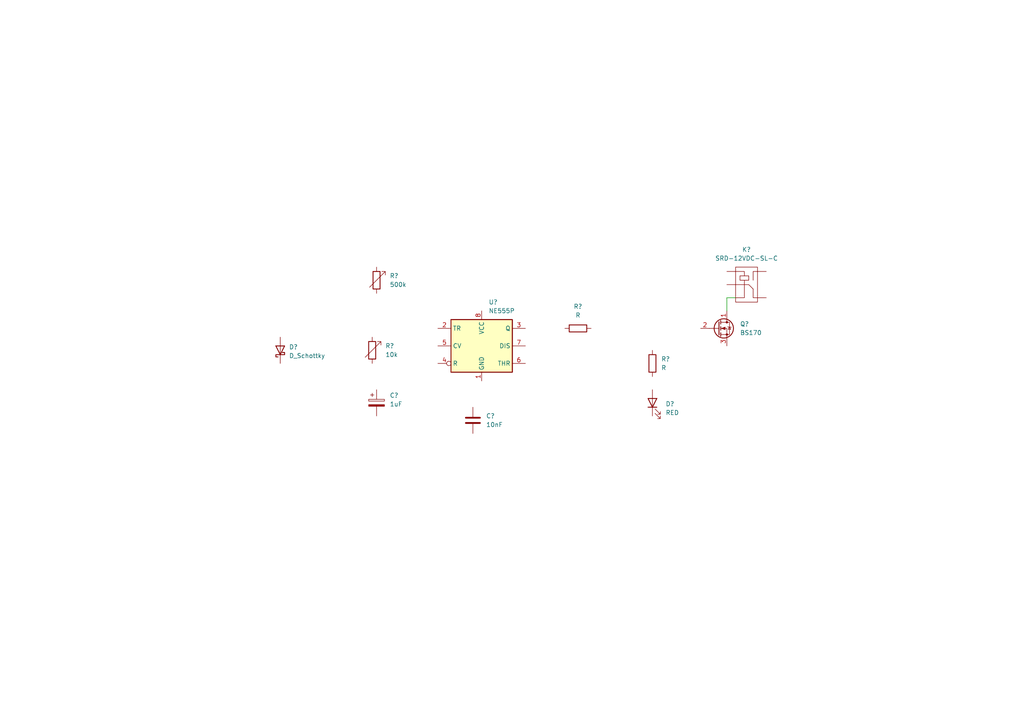
<source format=kicad_sch>
(kicad_sch (version 20211123) (generator eeschema)
  (paper "A4")
  (title_block (title "NKH Bell Ringer") (date "2022-07-21") (rev "v1.0") (comment 1 "https://creativecommons.org/licenses/by/4.0/") (comment 2 "License: CC BY 4.0") (comment 3 "Author: Kerneels Bezuidenhout"))
  (lib_symbols
    (symbol "Device:C" (pin_numbers hide) (pin_names (offset 0.254))
      (property "Reference" "C" (at 0.635 2.54 0))
      (property "Value" "C" (at 0.635 -2.54 0))
      (symbol "C_0_1"
        (polyline (pts (xy -2.032 -0.762) (xy 2.032 -0.762)) (stroke (width 0.508)))
        (polyline (pts (xy -2.032 0.762) (xy 2.032 0.762)) (stroke (width 0.508)))
      )
      (symbol "C_1_1"
        (pin passive line (at 0 3.81 270) (length 2.794) (name "~") (number "1"))
        (pin passive line (at 0 -3.81 90) (length 2.794) (name "~") (number "2"))
      )
    )
    (symbol "Device:C_Polarized" (pin_numbers hide) (pin_names (offset 0.254))
      (property "Reference" "C" (at 0.635 2.54 0))
      (property "Value" "C_Polarized" (at 0.635 -2.54 0))
      (symbol "C_Polarized_0_1"
        (rectangle (start -2.286 0.508) (end 2.286 1.016))
        (polyline (pts (xy -1.778 2.286) (xy -0.762 2.286)))
        (polyline (pts (xy -1.27 2.794) (xy -1.27 1.778)))
        (rectangle (start 2.286 -0.508) (end -2.286 -1.016) (fill (type outline)))
      )
      (symbol "C_Polarized_1_1"
        (pin passive line (at 0 3.81 270) (length 2.794) (name "~") (number "1"))
        (pin passive line (at 0 -3.81 90) (length 2.794) (name "~") (number "2"))
      )
    )
    (symbol "Device:D_Schottky" (pin_numbers hide) (pin_names (offset 1.016) hide)
      (property "Reference" "D" (at 0 2.54 0))
      (property "Value" "D_Schottky" (at 0 -2.54 0))
      (symbol "D_Schottky_0_1"
        (polyline (pts (xy 1.27 0) (xy -1.27 0)))
        (polyline (pts (xy 1.27 1.27) (xy 1.27 -1.27) (xy -1.27 0) (xy 1.27 1.27)) (stroke (width 0.254)))
        (polyline (pts (xy -1.905 0.635) (xy -1.905 1.27) (xy -1.27 1.27) (xy -1.27 -1.27) (xy -0.635 -1.27) (xy -0.635 -0.635)) (stroke (width 0.254)))
      )
      (symbol "D_Schottky_1_1"
        (pin passive line (at -3.81 0 0) (length 2.54) (name "K") (number "1"))
        (pin passive line (at 3.81 0 180) (length 2.54) (name "A") (number "2"))
      )
    )
    (symbol "Device:LED" (pin_numbers hide) (pin_names (offset 1.016) hide)
      (property "Reference" "D" (at 0 2.54 0))
      (property "Value" "LED" (at 0 -2.54 0))
      (symbol "LED_0_1"
        (polyline (pts (xy -1.27 -1.27) (xy -1.27 1.27)) (stroke (width 0.254)))
        (polyline (pts (xy -1.27 0) (xy 1.27 0)))
        (polyline (pts (xy 1.27 -1.27) (xy 1.27 1.27) (xy -1.27 0) (xy 1.27 -1.27)) (stroke (width 0.254)))
        (polyline (pts (xy -3.048 -0.762) (xy -4.572 -2.286) (xy -3.81 -2.286) (xy -4.572 -2.286) (xy -4.572 -1.524)))
        (polyline (pts (xy -1.778 -0.762) (xy -3.302 -2.286) (xy -2.54 -2.286) (xy -3.302 -2.286) (xy -3.302 -1.524)))
      )
      (symbol "LED_1_1"
        (pin passive line (at -3.81 0 0) (length 2.54) (name "K") (number "1"))
        (pin passive line (at 3.81 0 180) (length 2.54) (name "A") (number "2"))
      )
    )
    (symbol "Device:R" (pin_numbers hide) (pin_names (offset 0))
      (property "Reference" "R" (at 2.032 0 90))
      (property "Value" "R" (at 0 0 90))
      (symbol "R_0_1"
        (rectangle (start -1.016 -2.54) (end 1.016 2.54) (stroke (width 0.254)))
      )
      (symbol "R_1_1"
        (pin passive line (at 0 3.81 270) (length 1.27) (name "~") (number "1"))
        (pin passive line (at 0 -3.81 90) (length 1.27) (name "~") (number "2"))
      )
    )
    (symbol "Device:R_Variable" (pin_numbers hide) (pin_names (offset 0))
      (property "Reference" "R" (at 2.54 -2.54 90))
      (property "Value" "R_Variable" (at -2.54 -1.27 90))
      (symbol "R_Variable_0_1"
        (rectangle (start -1.016 -2.54) (end 1.016 2.54) (stroke (width 0.254)))
        (polyline (pts (xy 2.54 1.524) (xy 2.54 2.54) (xy 1.524 2.54) (xy 2.54 2.54) (xy -2.032 -2.032)))
      )
      (symbol "R_Variable_1_1"
        (pin passive line (at 0 3.81 270) (length 1.27) (name "~") (number "1"))
        (pin passive line (at 0 -3.81 90) (length 1.27) (name "~") (number "2"))
      )
    )
    (symbol "Timer:NE555P"
      (property "Reference" "U" (at -10.16 8.89 0))
      (property "Value" "NE555P" (at 2.54 8.89 0))
      (symbol "NE555P_0_0"
        (pin power_in line (at 0 -10.16 90) (length 2.54) (name "GND") (number "1"))
        (pin power_in line (at 0 10.16 270) (length 2.54) (name "VCC") (number "8"))
      )
      (symbol "NE555P_0_1"
        (rectangle (start -8.89 -7.62) (end 8.89 7.62) (stroke (width 0.254)) (fill (type background)))
        (rectangle (start -8.89 -7.62) (end 8.89 7.62) (stroke (width 0.254)) (fill (type background)))
      )
      (symbol "NE555P_1_1"
        (pin input line (at -12.7 5.08 0) (length 3.81) (name "TR") (number "2"))
        (pin output line (at 12.7 5.08 180) (length 3.81) (name "Q") (number "3"))
        (pin input inverted (at -12.7 -5.08 0) (length 3.81) (name "R") (number "4"))
        (pin input line (at -12.7 0 0) (length 3.81) (name "CV") (number "5"))
        (pin input line (at 12.7 -5.08 180) (length 3.81) (name "THR") (number "6"))
        (pin input line (at 12.7 0 180) (length 3.81) (name "DIS") (number "7"))
      )
    )
    (symbol "Transistor_FET:BS170" (pin_names hide)
      (property "Reference" "Q" (at 5.08 1.905 0))
      (property "Value" "BS170" (at 5.08 0 0))
      (symbol "BS170_0_1"
        (polyline (pts (xy 0.254 0) (xy -2.54 0)))
        (polyline (pts (xy 0.254 1.905) (xy 0.254 -1.905)) (stroke (width 0.254)))
        (polyline (pts (xy 0.762 -1.27) (xy 0.762 -2.286)) (stroke (width 0.254)))
        (polyline (pts (xy 0.762 0.508) (xy 0.762 -0.508)) (stroke (width 0.254)))
        (polyline (pts (xy 0.762 2.286) (xy 0.762 1.27)) (stroke (width 0.254)))
        (polyline (pts (xy 2.54 2.54) (xy 2.54 1.778)))
        (polyline (pts (xy 2.54 -2.54) (xy 2.54 0) (xy 0.762 0)))
        (polyline (pts (xy 0.762 -1.778) (xy 3.302 -1.778) (xy 3.302 1.778) (xy 0.762 1.778)))
        (polyline (pts (xy 1.016 0) (xy 2.032 0.381) (xy 2.032 -0.381) (xy 1.016 0)) (fill (type outline)))
        (polyline (pts (xy 2.794 0.508) (xy 2.921 0.381) (xy 3.683 0.381) (xy 3.81 0.254)))
        (polyline (pts (xy 3.302 0.381) (xy 2.921 -0.254) (xy 3.683 -0.254) (xy 3.302 0.381)))
        (circle (center 1.651 0) (radius 2.794) (stroke (width 0.254)))
        (circle (center 2.54 -1.778) (radius 0.254) (fill (type outline)))
        (circle (center 2.54 1.778) (radius 0.254) (fill (type outline)))
      )
      (symbol "BS170_1_1"
        (pin passive line (at 2.54 5.08 270) (length 2.54) (name "D") (number "1"))
        (pin input line (at -5.08 0 0) (length 2.54) (name "G") (number "2"))
        (pin passive line (at 2.54 -5.08 90) (length 2.54) (name "S") (number "3"))
      )
    )
    (symbol "project:SRD-12VDC-SL-C"
      (property "Reference" "K" (at -3.81 6.35 0))
      (property "Value" "SRD-12VDC-SL-C" (at 0 -7.62 0))
      (symbol "SRD-12VDC-SL-C_0_1"
        (rectangle (start -3.81 5.08) (end 2.54 -5.08))
        (rectangle (start -2.54 2.54) (end 0 1.27))
        (polyline (pts (xy -3.81 -3.81) (xy -1.27 -3.81) (xy -1.27 1.27)))
        (polyline (pts (xy -3.81 0) (xy 0 0) (xy 1.27 -1.27)))
        (polyline (pts (xy -3.81 3.81) (xy -1.27 3.81) (xy -1.27 2.54)))
        (polyline (pts (xy 2.54 -3.81) (xy 1.27 -3.81) (xy 1.27 -1.27)))
        (polyline (pts (xy 2.54 3.81) (xy 1.27 3.81) (xy 1.27 1.27)))
      )
      (symbol "SRD-12VDC-SL-C_1_1"
        (pin passive line (at -3.81 -3.81 180) (length 2.54) (name "") (number ""))
        (pin passive line (at -3.81 0 180) (length 2.54) (name "") (number ""))
        (pin passive line (at -3.81 3.81 180) (length 2.54) (name "") (number ""))
        (pin passive line (at 2.54 -3.81 0) (length 2.54) (name "") (number ""))
        (pin passive line (at 2.54 3.81 0) (length 2.54) (name "") (number ""))
      )
    )
  )
  (wire (pts (xy 210.82 90.17) (xy 210.82 86.36)))
  (wire (pts (xy 210.82 86.36) (xy 213.36 86.36)))
  (symbol (lib_id "Device:R_Variable") (at 109.22 81.28 0) (unit 1)
    (property "Reference" "R?" (at 113.03 80.0099 0) (effects (justify left)))
    (property "Value" "500k" (at 113.03 82.5499 0) (effects (justify left)))
  )
  (symbol (lib_id "Device:R") (at 167.64 95.25 90) (unit 1)
    (property "Reference" "R?" (at 167.64 88.9 90))
    (property "Value" "R" (at 167.64 91.44 90))
  )
  (symbol (lib_id "Device:R") (at 189.23 105.41 0) (unit 1)
    (property "Reference" "R?" (at 191.77 104.1399 0) (effects (justify left)))
    (property "Value" "R" (at 191.77 106.6799 0) (effects (justify left)))
  )
  (symbol (lib_id "Timer:NE555P") (at 139.7 100.33 0) (unit 1)
    (property "Reference" "U?" (at 141.7194 87.63 0) (effects (justify left)))
    (property "Value" "NE555P" (at 141.7194 90.17 0) (effects (justify left)))
    (property "Footprint" "Package_DIP:DIP-8_W7.62mm" (effects hide))
    (property "Datasheet" "http://www.ti.com/lit/ds/symlink/ne555.pdf" (effects hide))
  )
  (symbol (lib_id "Device:C_Polarized") (at 109.22 116.84 0) (unit 1)
    (property "Reference" "C?" (at 113.03 114.6809 0) (effects (justify left)))
    (property "Value" "1uF" (at 113.03 117.2209 0) (effects (justify left)))
  )
  (symbol (lib_id "Device:LED") (at 189.23 116.84 90) (unit 1)
    (property "Reference" "D?" (at 193.04 117.1574 90) (effects (justify right)))
    (property "Value" "RED" (at 193.04 119.6974 90) (effects (justify right)))
  )
  (symbol (lib_id "Transistor_FET:BS170") (at 208.28 95.25 0) (unit 1)
    (property "Reference" "Q?" (at 214.63 93.9799 0) (effects (justify left)))
    (property "Value" "BS170" (at 214.63 96.5199 0) (effects (justify left)))
    (property "Footprint" "Package_TO_SOT_THT:TO-92_Inline" (effects hide))
    (property "Datasheet" "https://www.onsemi.com/pub/Collateral/BS170-D.PDF" (effects hide))
  )
  (symbol (lib_id "Device:D_Schottky") (at 81.28 101.6 90) (unit 1)
    (property "Reference" "D?" (at 83.82 100.6474 90) (effects (justify right)))
    (property "Value" "D_Schottky" (at 83.82 103.1874 90) (effects (justify right)))
  )
  (symbol (lib_id "Device:C") (at 137.16 121.92 0) (unit 1)
    (property "Reference" "C?" (at 140.97 120.6499 0) (effects (justify left)))
    (property "Value" "10nF" (at 140.97 123.1899 0) (effects (justify left)))
  )
  (symbol (lib_id "project:SRD-12VDC-SL-C") (at 217.17 82.55 0) (unit 1)
    (property "Reference" "K?" (at 216.535 72.39 0))
    (property "Value" "SRD-12VDC-SL-C" (at 216.535 74.93 0))
  )
  (symbol (lib_id "Device:R_Variable") (at 107.95 101.6 0) (unit 1)
    (property "Reference" "R?" (at 111.76 100.3299 0) (effects (justify left)))
    (property "Value" "10k" (at 111.76 102.8699 0) (effects (justify left)))
  )
)
</source>
